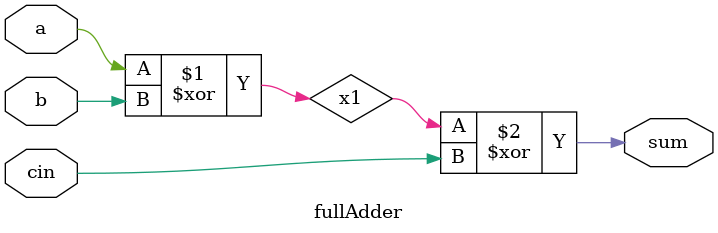
<source format=v>
module fullAdder(
    input a, b, cin,
    output sum 
    );

    wire x1, x2, x3, a1, a2, a3, o1;
    
    xor(x1, a, b);
    xor(sum, x1, cin);
    xor(x2, a, cin);
    xor(x3, b, cin);
    
endmodule
</source>
